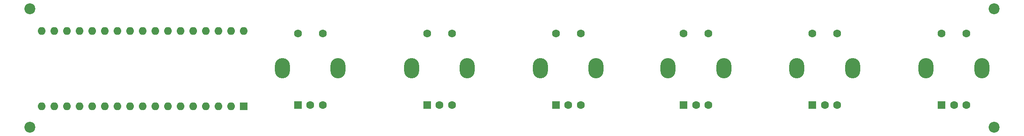
<source format=gbr>
%TF.GenerationSoftware,KiCad,Pcbnew,8.0.5-dirty*%
%TF.CreationDate,2024-11-08T09:40:45-06:00*%
%TF.ProjectId,buttonbox,62757474-6f6e-4626-9f78-2e6b69636164,rev?*%
%TF.SameCoordinates,Original*%
%TF.FileFunction,Soldermask,Bot*%
%TF.FilePolarity,Negative*%
%FSLAX46Y46*%
G04 Gerber Fmt 4.6, Leading zero omitted, Abs format (unit mm)*
G04 Created by KiCad (PCBNEW 8.0.5-dirty) date 2024-11-08 09:40:45*
%MOMM*%
%LPD*%
G01*
G04 APERTURE LIST*
G04 Aperture macros list*
%AMRoundRect*
0 Rectangle with rounded corners*
0 $1 Rounding radius*
0 $2 $3 $4 $5 $6 $7 $8 $9 X,Y pos of 4 corners*
0 Add a 4 corners polygon primitive as box body*
4,1,4,$2,$3,$4,$5,$6,$7,$8,$9,$2,$3,0*
0 Add four circle primitives for the rounded corners*
1,1,$1+$1,$2,$3*
1,1,$1+$1,$4,$5*
1,1,$1+$1,$6,$7*
1,1,$1+$1,$8,$9*
0 Add four rect primitives between the rounded corners*
20,1,$1+$1,$2,$3,$4,$5,0*
20,1,$1+$1,$4,$5,$6,$7,0*
20,1,$1+$1,$6,$7,$8,$9,0*
20,1,$1+$1,$8,$9,$2,$3,0*%
G04 Aperture macros list end*
%ADD10C,2.200000*%
%ADD11R,1.600000X1.600000*%
%ADD12O,1.600000X1.600000*%
%ADD13RoundRect,0.250000X0.550000X-0.550000X0.550000X0.550000X-0.550000X0.550000X-0.550000X-0.550000X0*%
%ADD14C,1.600000*%
%ADD15O,3.000000X4.100000*%
G04 APERTURE END LIST*
D10*
%TO.C,H4*%
X244500000Y-77500000D03*
%TD*%
%TO.C,H3*%
X244500000Y-101500000D03*
%TD*%
%TO.C,H2*%
X50500000Y-101500000D03*
%TD*%
%TO.C,H1*%
X50500000Y-77500000D03*
%TD*%
D11*
%TO.C,Arduino*%
X93480000Y-97260000D03*
D12*
X52840000Y-97260000D03*
X90940000Y-97260000D03*
X52840000Y-82020000D03*
X88400000Y-97260000D03*
X55380000Y-82020000D03*
X85860000Y-97260000D03*
X57920000Y-82020000D03*
X83320000Y-97260000D03*
X60460000Y-82020000D03*
X80780000Y-97260000D03*
X63000000Y-82020000D03*
X78240000Y-97260000D03*
X65540000Y-82020000D03*
X75700000Y-97260000D03*
X68080000Y-82020000D03*
X73160000Y-97260000D03*
X70620000Y-82020000D03*
X70620000Y-97260000D03*
X73160000Y-82020000D03*
X68080000Y-97260000D03*
X75700000Y-82020000D03*
X65540000Y-97260000D03*
X78240000Y-82020000D03*
X63000000Y-97260000D03*
X80780000Y-82020000D03*
X60460000Y-97260000D03*
X83320000Y-82020000D03*
X57920000Y-97260000D03*
X55380000Y-97260000D03*
X85860000Y-82020000D03*
X88400000Y-82020000D03*
X90940000Y-82020000D03*
X93480000Y-82020000D03*
%TD*%
D13*
%TO.C,SW6*%
X233900000Y-97000000D03*
D14*
X238900000Y-97000000D03*
X236400000Y-97000000D03*
X233900000Y-82500000D03*
X238900000Y-82500000D03*
D15*
X230800000Y-89500000D03*
X242000000Y-89500000D03*
%TD*%
D13*
%TO.C,SW5*%
X207900000Y-97000000D03*
D14*
X212900000Y-97000000D03*
X210400000Y-97000000D03*
X207900000Y-82500000D03*
X212900000Y-82500000D03*
D15*
X204800000Y-89500000D03*
X216000000Y-89500000D03*
%TD*%
D13*
%TO.C,SW4*%
X182000000Y-97000000D03*
D14*
X187000000Y-97000000D03*
X184500000Y-97000000D03*
X182000000Y-82500000D03*
X187000000Y-82500000D03*
D15*
X178900000Y-89500000D03*
X190100000Y-89500000D03*
%TD*%
D13*
%TO.C,SW3*%
X156300000Y-97000000D03*
D14*
X161300000Y-97000000D03*
X158800000Y-97000000D03*
X156300000Y-82500000D03*
X161300000Y-82500000D03*
D15*
X153200000Y-89500000D03*
X164400000Y-89500000D03*
%TD*%
D13*
%TO.C,SW2*%
X130400000Y-97000000D03*
D14*
X135400000Y-97000000D03*
X132900000Y-97000000D03*
X130400000Y-82500000D03*
X135400000Y-82500000D03*
D15*
X127300000Y-89500000D03*
X138500000Y-89500000D03*
%TD*%
D13*
%TO.C,SW1*%
X104400000Y-97000000D03*
D14*
X109400000Y-97000000D03*
X106900000Y-97000000D03*
X104400000Y-82500000D03*
X109400000Y-82500000D03*
D15*
X101300000Y-89500000D03*
X112500000Y-89500000D03*
%TD*%
M02*

</source>
